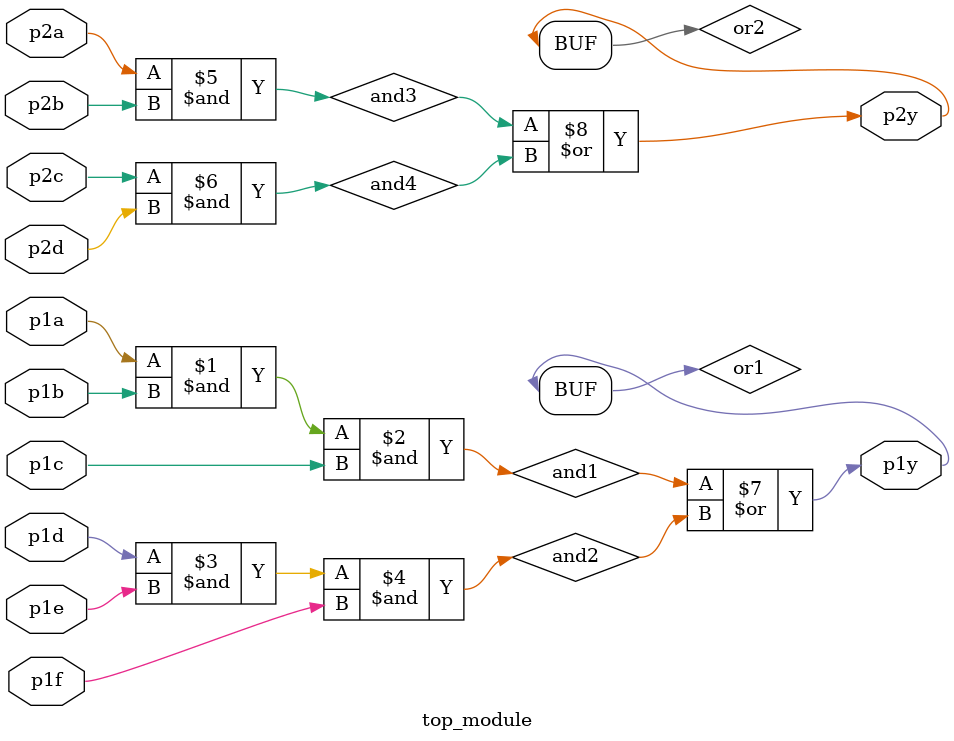
<source format=v>
module top_module ( 
    input p1a, p1b, p1c, p1d, p1e, p1f,
    output p1y,
    input p2a, p2b, p2c, p2d,
    output p2y );
    
    wire and1,and2,and3,and4,or1,or2;
    assign and1 = p1a & p1b &p1c;
    assign and2 = p1d & p1e & p1f;
    assign and3 = p2a & p2b;
    assign and4 = p2c & p2d;
    assign or1 =  and1 | and2;
    assign or2 =  and3 | and4;
    assign p1y = or1;
    assign p2y = or2;


endmodule

</source>
